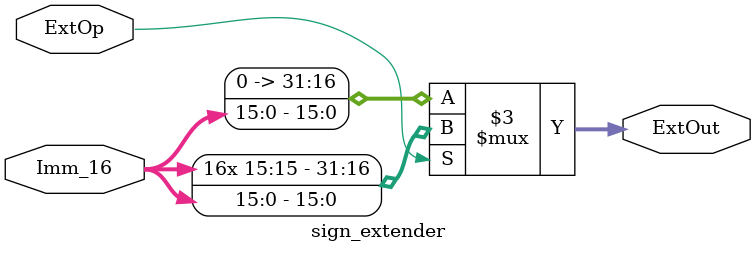
<source format=v>
module sign_extender (Imm_16, ExtOp, ExtOut);
	input wire [15:0] Imm_16;
    input wire ExtOp;
    output reg [31:0] ExtOut ;
	always @(*) begin
    if (ExtOp) begin
        // Sign-extend Imm_16
        ExtOut = {{16{Imm_16[15]}}, Imm_16};
    end else begin
        // Zero-extend Imm_16
        ExtOut = {16'b0, Imm_16};
    end
end
endmodule
</source>
